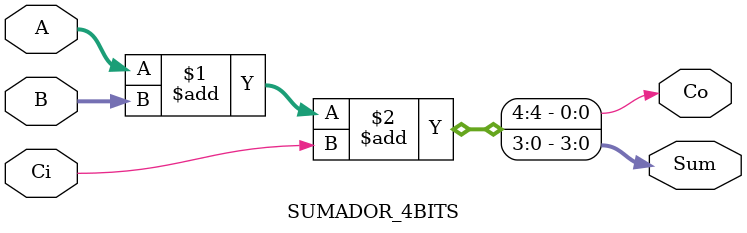
<source format=v>
module SUMADOR_4BITS(
    input [3:0] A,B,
    input Ci,
    output [3:0] Sum,
    output Co
);

assign {Co, Sum} = A + B + Ci;

endmodule
</source>
